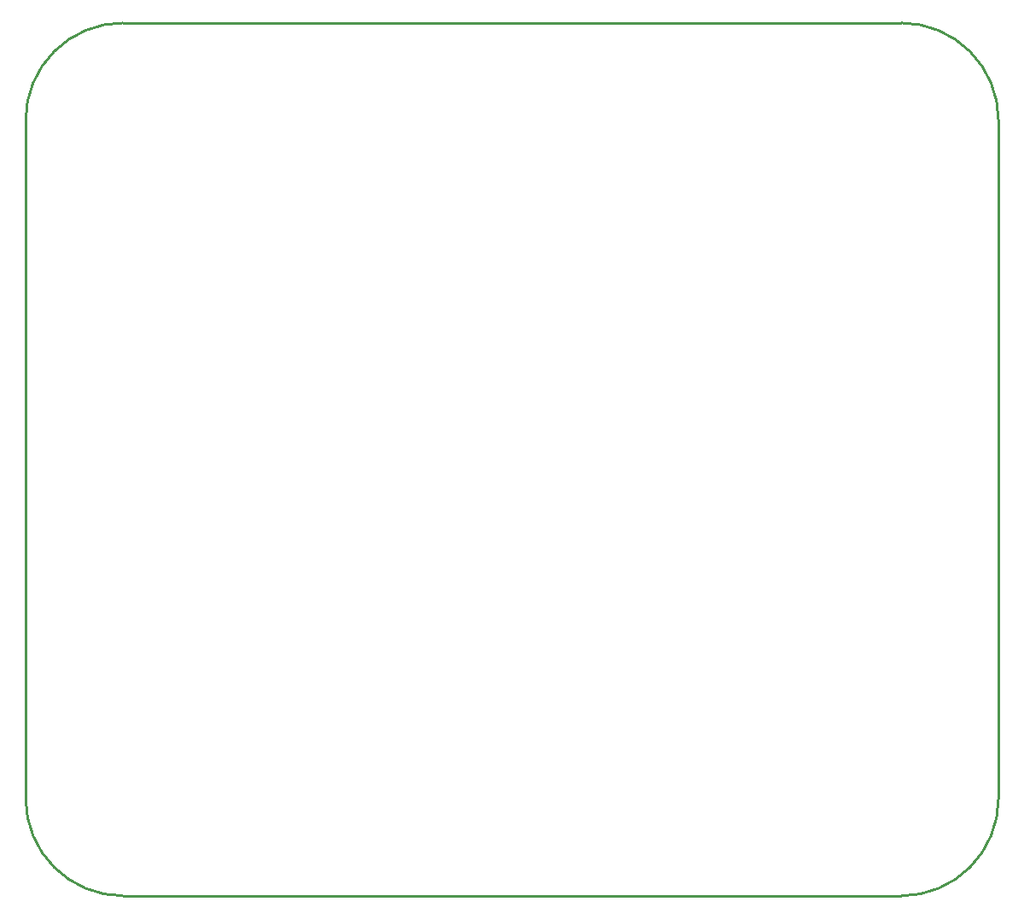
<source format=gko>
G04 Layer: BoardOutlineLayer*
G04 EasyEDA v6.5.34, 2023-10-04 09:58:22*
G04 2f879fd4b15e4f869ab7f95f132c22b4,4b518e1cc4d04e0db21987f26a906896,10*
G04 Gerber Generator version 0.2*
G04 Scale: 100 percent, Rotated: No, Reflected: No *
G04 Dimensions in millimeters *
G04 leading zeros omitted , absolute positions ,4 integer and 5 decimal *
%FSLAX45Y45*%
%MOMM*%

%ADD10C,0.2540*%
D10*
X1015997Y-1079497D02*
G01*
X1015997Y5651489D01*
X9702779Y-2044694D02*
G01*
X1981194Y-2044694D01*
X10667979Y5651489D02*
G01*
X10667979Y-1079497D01*
X1981194Y6616687D02*
G01*
X9702779Y6616687D01*
G75*
G01*
X9702780Y6616687D02*
G02*
X10667979Y5651489I1J-965198D01*
G75*
G01*
X10667979Y-1079498D02*
G02*
X9702780Y-2044696I-965198J0D01*
G75*
G01*
X1981196Y-2044696D02*
G02*
X1015998Y-1079498I-1J965198D01*
G75*
G01*
X1015998Y5651489D02*
G02*
X1981196Y6616687I965197J0D01*

%LPD*%
M02*

</source>
